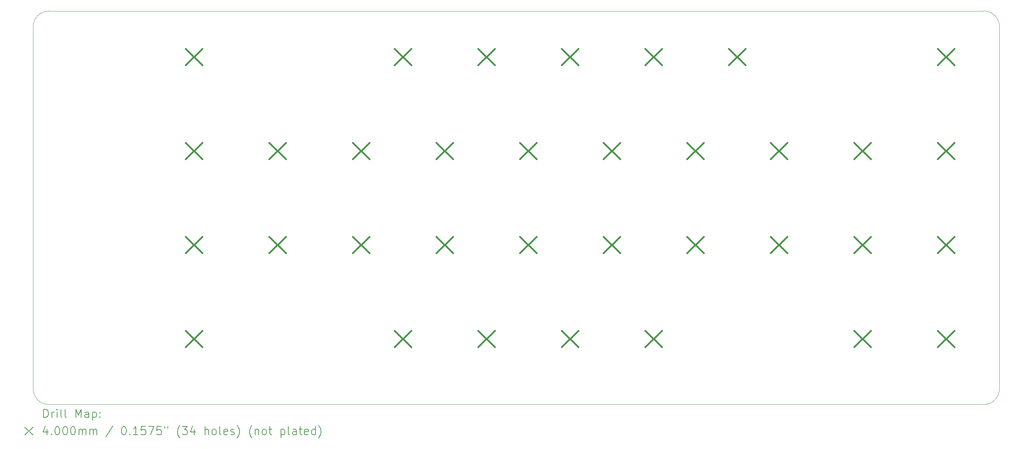
<source format=gbr>
%FSLAX45Y45*%
G04 Gerber Fmt 4.5, Leading zero omitted, Abs format (unit mm)*
G04 Created by KiCad (PCBNEW 6.0.6-3a73a75311~116~ubuntu20.04.1) date 2022-07-31 18:39:39*
%MOMM*%
%LPD*%
G01*
G04 APERTURE LIST*
%TA.AperFunction,Profile*%
%ADD10C,0.100000*%
%TD*%
%ADD11C,0.200000*%
%ADD12C,0.400000*%
G04 APERTURE END LIST*
D10*
X30734000Y-13335000D02*
X8001000Y-13335000D01*
X31115000Y-13716000D02*
G75*
G03*
X30734000Y-13335000I-381000J0D01*
G01*
X7620000Y-13716000D02*
X7620000Y-22527092D01*
X8001000Y-13335000D02*
G75*
G03*
X7620000Y-13716000I0J-381000D01*
G01*
X31115000Y-22527092D02*
X31115000Y-13716000D01*
X8001000Y-22908092D02*
X30734000Y-22908092D01*
X7619998Y-22527092D02*
G75*
G03*
X8001000Y-22908092I381002J2D01*
G01*
X30734000Y-22908090D02*
G75*
G03*
X31115000Y-22527092I0J381000D01*
G01*
D11*
D12*
X11329000Y-14255000D02*
X11729000Y-14655000D01*
X11729000Y-14255000D02*
X11329000Y-14655000D01*
X11329000Y-16541000D02*
X11729000Y-16941000D01*
X11729000Y-16541000D02*
X11329000Y-16941000D01*
X11329000Y-18827000D02*
X11729000Y-19227000D01*
X11729000Y-18827000D02*
X11329000Y-19227000D01*
X11329000Y-21113000D02*
X11729000Y-21513000D01*
X11729000Y-21113000D02*
X11329000Y-21513000D01*
X13361000Y-16541000D02*
X13761000Y-16941000D01*
X13761000Y-16541000D02*
X13361000Y-16941000D01*
X13361000Y-18827000D02*
X13761000Y-19227000D01*
X13761000Y-18827000D02*
X13361000Y-19227000D01*
X15393000Y-16541000D02*
X15793000Y-16941000D01*
X15793000Y-16541000D02*
X15393000Y-16941000D01*
X15393000Y-18827000D02*
X15793000Y-19227000D01*
X15793000Y-18827000D02*
X15393000Y-19227000D01*
X16409000Y-14255000D02*
X16809000Y-14655000D01*
X16809000Y-14255000D02*
X16409000Y-14655000D01*
X16409000Y-21113000D02*
X16809000Y-21513000D01*
X16809000Y-21113000D02*
X16409000Y-21513000D01*
X17425000Y-16541000D02*
X17825000Y-16941000D01*
X17825000Y-16541000D02*
X17425000Y-16941000D01*
X17425000Y-18827000D02*
X17825000Y-19227000D01*
X17825000Y-18827000D02*
X17425000Y-19227000D01*
X18441000Y-14255000D02*
X18841000Y-14655000D01*
X18841000Y-14255000D02*
X18441000Y-14655000D01*
X18441000Y-21113000D02*
X18841000Y-21513000D01*
X18841000Y-21113000D02*
X18441000Y-21513000D01*
X19457000Y-16541000D02*
X19857000Y-16941000D01*
X19857000Y-16541000D02*
X19457000Y-16941000D01*
X19457000Y-18827000D02*
X19857000Y-19227000D01*
X19857000Y-18827000D02*
X19457000Y-19227000D01*
X20473000Y-14255000D02*
X20873000Y-14655000D01*
X20873000Y-14255000D02*
X20473000Y-14655000D01*
X20473000Y-21113000D02*
X20873000Y-21513000D01*
X20873000Y-21113000D02*
X20473000Y-21513000D01*
X21489000Y-16541000D02*
X21889000Y-16941000D01*
X21889000Y-16541000D02*
X21489000Y-16941000D01*
X21489000Y-18827000D02*
X21889000Y-19227000D01*
X21889000Y-18827000D02*
X21489000Y-19227000D01*
X22505000Y-14255000D02*
X22905000Y-14655000D01*
X22905000Y-14255000D02*
X22505000Y-14655000D01*
X22505000Y-21113000D02*
X22905000Y-21513000D01*
X22905000Y-21113000D02*
X22505000Y-21513000D01*
X23521000Y-16541000D02*
X23921000Y-16941000D01*
X23921000Y-16541000D02*
X23521000Y-16941000D01*
X23521000Y-18827000D02*
X23921000Y-19227000D01*
X23921000Y-18827000D02*
X23521000Y-19227000D01*
X24537000Y-14255000D02*
X24937000Y-14655000D01*
X24937000Y-14255000D02*
X24537000Y-14655000D01*
X25553000Y-16541000D02*
X25953000Y-16941000D01*
X25953000Y-16541000D02*
X25553000Y-16941000D01*
X25553000Y-18827000D02*
X25953000Y-19227000D01*
X25953000Y-18827000D02*
X25553000Y-19227000D01*
X27585000Y-16541000D02*
X27985000Y-16941000D01*
X27985000Y-16541000D02*
X27585000Y-16941000D01*
X27585000Y-18827000D02*
X27985000Y-19227000D01*
X27985000Y-18827000D02*
X27585000Y-19227000D01*
X27585000Y-21113000D02*
X27985000Y-21513000D01*
X27985000Y-21113000D02*
X27585000Y-21513000D01*
X29617000Y-14255000D02*
X30017000Y-14655000D01*
X30017000Y-14255000D02*
X29617000Y-14655000D01*
X29617000Y-16541000D02*
X30017000Y-16941000D01*
X30017000Y-16541000D02*
X29617000Y-16941000D01*
X29617000Y-18827000D02*
X30017000Y-19227000D01*
X30017000Y-18827000D02*
X29617000Y-19227000D01*
X29617000Y-21113000D02*
X30017000Y-21513000D01*
X30017000Y-21113000D02*
X29617000Y-21513000D01*
D11*
X7872619Y-23223568D02*
X7872619Y-23023568D01*
X7920238Y-23023568D01*
X7948809Y-23033092D01*
X7967857Y-23052140D01*
X7977381Y-23071187D01*
X7986905Y-23109283D01*
X7986905Y-23137854D01*
X7977381Y-23175949D01*
X7967857Y-23194997D01*
X7948809Y-23214045D01*
X7920238Y-23223568D01*
X7872619Y-23223568D01*
X8072619Y-23223568D02*
X8072619Y-23090235D01*
X8072619Y-23128330D02*
X8082143Y-23109283D01*
X8091667Y-23099759D01*
X8110714Y-23090235D01*
X8129762Y-23090235D01*
X8196428Y-23223568D02*
X8196428Y-23090235D01*
X8196428Y-23023568D02*
X8186905Y-23033092D01*
X8196428Y-23042616D01*
X8205952Y-23033092D01*
X8196428Y-23023568D01*
X8196428Y-23042616D01*
X8320238Y-23223568D02*
X8301190Y-23214045D01*
X8291667Y-23194997D01*
X8291667Y-23023568D01*
X8425000Y-23223568D02*
X8405952Y-23214045D01*
X8396429Y-23194997D01*
X8396429Y-23023568D01*
X8653571Y-23223568D02*
X8653571Y-23023568D01*
X8720238Y-23166426D01*
X8786905Y-23023568D01*
X8786905Y-23223568D01*
X8967857Y-23223568D02*
X8967857Y-23118806D01*
X8958333Y-23099759D01*
X8939286Y-23090235D01*
X8901190Y-23090235D01*
X8882143Y-23099759D01*
X8967857Y-23214045D02*
X8948810Y-23223568D01*
X8901190Y-23223568D01*
X8882143Y-23214045D01*
X8872619Y-23194997D01*
X8872619Y-23175949D01*
X8882143Y-23156902D01*
X8901190Y-23147378D01*
X8948810Y-23147378D01*
X8967857Y-23137854D01*
X9063095Y-23090235D02*
X9063095Y-23290235D01*
X9063095Y-23099759D02*
X9082143Y-23090235D01*
X9120238Y-23090235D01*
X9139286Y-23099759D01*
X9148810Y-23109283D01*
X9158333Y-23128330D01*
X9158333Y-23185473D01*
X9148810Y-23204521D01*
X9139286Y-23214045D01*
X9120238Y-23223568D01*
X9082143Y-23223568D01*
X9063095Y-23214045D01*
X9244048Y-23204521D02*
X9253571Y-23214045D01*
X9244048Y-23223568D01*
X9234524Y-23214045D01*
X9244048Y-23204521D01*
X9244048Y-23223568D01*
X9244048Y-23099759D02*
X9253571Y-23109283D01*
X9244048Y-23118806D01*
X9234524Y-23109283D01*
X9244048Y-23099759D01*
X9244048Y-23118806D01*
X7415000Y-23453092D02*
X7615000Y-23653092D01*
X7615000Y-23453092D02*
X7415000Y-23653092D01*
X7958333Y-23510235D02*
X7958333Y-23643568D01*
X7910714Y-23434045D02*
X7863095Y-23576902D01*
X7986905Y-23576902D01*
X8063095Y-23624521D02*
X8072619Y-23634045D01*
X8063095Y-23643568D01*
X8053571Y-23634045D01*
X8063095Y-23624521D01*
X8063095Y-23643568D01*
X8196428Y-23443568D02*
X8215476Y-23443568D01*
X8234524Y-23453092D01*
X8244048Y-23462616D01*
X8253571Y-23481664D01*
X8263095Y-23519759D01*
X8263095Y-23567378D01*
X8253571Y-23605473D01*
X8244048Y-23624521D01*
X8234524Y-23634045D01*
X8215476Y-23643568D01*
X8196428Y-23643568D01*
X8177381Y-23634045D01*
X8167857Y-23624521D01*
X8158333Y-23605473D01*
X8148809Y-23567378D01*
X8148809Y-23519759D01*
X8158333Y-23481664D01*
X8167857Y-23462616D01*
X8177381Y-23453092D01*
X8196428Y-23443568D01*
X8386905Y-23443568D02*
X8405952Y-23443568D01*
X8425000Y-23453092D01*
X8434524Y-23462616D01*
X8444048Y-23481664D01*
X8453571Y-23519759D01*
X8453571Y-23567378D01*
X8444048Y-23605473D01*
X8434524Y-23624521D01*
X8425000Y-23634045D01*
X8405952Y-23643568D01*
X8386905Y-23643568D01*
X8367857Y-23634045D01*
X8358333Y-23624521D01*
X8348809Y-23605473D01*
X8339286Y-23567378D01*
X8339286Y-23519759D01*
X8348809Y-23481664D01*
X8358333Y-23462616D01*
X8367857Y-23453092D01*
X8386905Y-23443568D01*
X8577381Y-23443568D02*
X8596429Y-23443568D01*
X8615476Y-23453092D01*
X8625000Y-23462616D01*
X8634524Y-23481664D01*
X8644048Y-23519759D01*
X8644048Y-23567378D01*
X8634524Y-23605473D01*
X8625000Y-23624521D01*
X8615476Y-23634045D01*
X8596429Y-23643568D01*
X8577381Y-23643568D01*
X8558333Y-23634045D01*
X8548810Y-23624521D01*
X8539286Y-23605473D01*
X8529762Y-23567378D01*
X8529762Y-23519759D01*
X8539286Y-23481664D01*
X8548810Y-23462616D01*
X8558333Y-23453092D01*
X8577381Y-23443568D01*
X8729762Y-23643568D02*
X8729762Y-23510235D01*
X8729762Y-23529283D02*
X8739286Y-23519759D01*
X8758333Y-23510235D01*
X8786905Y-23510235D01*
X8805952Y-23519759D01*
X8815476Y-23538806D01*
X8815476Y-23643568D01*
X8815476Y-23538806D02*
X8825000Y-23519759D01*
X8844048Y-23510235D01*
X8872619Y-23510235D01*
X8891667Y-23519759D01*
X8901190Y-23538806D01*
X8901190Y-23643568D01*
X8996429Y-23643568D02*
X8996429Y-23510235D01*
X8996429Y-23529283D02*
X9005952Y-23519759D01*
X9025000Y-23510235D01*
X9053571Y-23510235D01*
X9072619Y-23519759D01*
X9082143Y-23538806D01*
X9082143Y-23643568D01*
X9082143Y-23538806D02*
X9091667Y-23519759D01*
X9110714Y-23510235D01*
X9139286Y-23510235D01*
X9158333Y-23519759D01*
X9167857Y-23538806D01*
X9167857Y-23643568D01*
X9558333Y-23434045D02*
X9386905Y-23691187D01*
X9815476Y-23443568D02*
X9834524Y-23443568D01*
X9853571Y-23453092D01*
X9863095Y-23462616D01*
X9872619Y-23481664D01*
X9882143Y-23519759D01*
X9882143Y-23567378D01*
X9872619Y-23605473D01*
X9863095Y-23624521D01*
X9853571Y-23634045D01*
X9834524Y-23643568D01*
X9815476Y-23643568D01*
X9796429Y-23634045D01*
X9786905Y-23624521D01*
X9777381Y-23605473D01*
X9767857Y-23567378D01*
X9767857Y-23519759D01*
X9777381Y-23481664D01*
X9786905Y-23462616D01*
X9796429Y-23453092D01*
X9815476Y-23443568D01*
X9967857Y-23624521D02*
X9977381Y-23634045D01*
X9967857Y-23643568D01*
X9958333Y-23634045D01*
X9967857Y-23624521D01*
X9967857Y-23643568D01*
X10167857Y-23643568D02*
X10053571Y-23643568D01*
X10110714Y-23643568D02*
X10110714Y-23443568D01*
X10091667Y-23472140D01*
X10072619Y-23491187D01*
X10053571Y-23500711D01*
X10348810Y-23443568D02*
X10253571Y-23443568D01*
X10244048Y-23538806D01*
X10253571Y-23529283D01*
X10272619Y-23519759D01*
X10320238Y-23519759D01*
X10339286Y-23529283D01*
X10348810Y-23538806D01*
X10358333Y-23557854D01*
X10358333Y-23605473D01*
X10348810Y-23624521D01*
X10339286Y-23634045D01*
X10320238Y-23643568D01*
X10272619Y-23643568D01*
X10253571Y-23634045D01*
X10244048Y-23624521D01*
X10425000Y-23443568D02*
X10558333Y-23443568D01*
X10472619Y-23643568D01*
X10729762Y-23443568D02*
X10634524Y-23443568D01*
X10625000Y-23538806D01*
X10634524Y-23529283D01*
X10653571Y-23519759D01*
X10701190Y-23519759D01*
X10720238Y-23529283D01*
X10729762Y-23538806D01*
X10739286Y-23557854D01*
X10739286Y-23605473D01*
X10729762Y-23624521D01*
X10720238Y-23634045D01*
X10701190Y-23643568D01*
X10653571Y-23643568D01*
X10634524Y-23634045D01*
X10625000Y-23624521D01*
X10815476Y-23443568D02*
X10815476Y-23481664D01*
X10891667Y-23443568D02*
X10891667Y-23481664D01*
X11186905Y-23719759D02*
X11177381Y-23710235D01*
X11158333Y-23681664D01*
X11148810Y-23662616D01*
X11139286Y-23634045D01*
X11129762Y-23586426D01*
X11129762Y-23548330D01*
X11139286Y-23500711D01*
X11148810Y-23472140D01*
X11158333Y-23453092D01*
X11177381Y-23424521D01*
X11186905Y-23414997D01*
X11244048Y-23443568D02*
X11367857Y-23443568D01*
X11301190Y-23519759D01*
X11329762Y-23519759D01*
X11348809Y-23529283D01*
X11358333Y-23538806D01*
X11367857Y-23557854D01*
X11367857Y-23605473D01*
X11358333Y-23624521D01*
X11348809Y-23634045D01*
X11329762Y-23643568D01*
X11272619Y-23643568D01*
X11253571Y-23634045D01*
X11244048Y-23624521D01*
X11539286Y-23510235D02*
X11539286Y-23643568D01*
X11491667Y-23434045D02*
X11444048Y-23576902D01*
X11567857Y-23576902D01*
X11796428Y-23643568D02*
X11796428Y-23443568D01*
X11882143Y-23643568D02*
X11882143Y-23538806D01*
X11872619Y-23519759D01*
X11853571Y-23510235D01*
X11825000Y-23510235D01*
X11805952Y-23519759D01*
X11796428Y-23529283D01*
X12005952Y-23643568D02*
X11986905Y-23634045D01*
X11977381Y-23624521D01*
X11967857Y-23605473D01*
X11967857Y-23548330D01*
X11977381Y-23529283D01*
X11986905Y-23519759D01*
X12005952Y-23510235D01*
X12034524Y-23510235D01*
X12053571Y-23519759D01*
X12063095Y-23529283D01*
X12072619Y-23548330D01*
X12072619Y-23605473D01*
X12063095Y-23624521D01*
X12053571Y-23634045D01*
X12034524Y-23643568D01*
X12005952Y-23643568D01*
X12186905Y-23643568D02*
X12167857Y-23634045D01*
X12158333Y-23614997D01*
X12158333Y-23443568D01*
X12339286Y-23634045D02*
X12320238Y-23643568D01*
X12282143Y-23643568D01*
X12263095Y-23634045D01*
X12253571Y-23614997D01*
X12253571Y-23538806D01*
X12263095Y-23519759D01*
X12282143Y-23510235D01*
X12320238Y-23510235D01*
X12339286Y-23519759D01*
X12348809Y-23538806D01*
X12348809Y-23557854D01*
X12253571Y-23576902D01*
X12425000Y-23634045D02*
X12444048Y-23643568D01*
X12482143Y-23643568D01*
X12501190Y-23634045D01*
X12510714Y-23614997D01*
X12510714Y-23605473D01*
X12501190Y-23586426D01*
X12482143Y-23576902D01*
X12453571Y-23576902D01*
X12434524Y-23567378D01*
X12425000Y-23548330D01*
X12425000Y-23538806D01*
X12434524Y-23519759D01*
X12453571Y-23510235D01*
X12482143Y-23510235D01*
X12501190Y-23519759D01*
X12577381Y-23719759D02*
X12586905Y-23710235D01*
X12605952Y-23681664D01*
X12615476Y-23662616D01*
X12625000Y-23634045D01*
X12634524Y-23586426D01*
X12634524Y-23548330D01*
X12625000Y-23500711D01*
X12615476Y-23472140D01*
X12605952Y-23453092D01*
X12586905Y-23424521D01*
X12577381Y-23414997D01*
X12939286Y-23719759D02*
X12929762Y-23710235D01*
X12910714Y-23681664D01*
X12901190Y-23662616D01*
X12891667Y-23634045D01*
X12882143Y-23586426D01*
X12882143Y-23548330D01*
X12891667Y-23500711D01*
X12901190Y-23472140D01*
X12910714Y-23453092D01*
X12929762Y-23424521D01*
X12939286Y-23414997D01*
X13015476Y-23510235D02*
X13015476Y-23643568D01*
X13015476Y-23529283D02*
X13025000Y-23519759D01*
X13044048Y-23510235D01*
X13072619Y-23510235D01*
X13091667Y-23519759D01*
X13101190Y-23538806D01*
X13101190Y-23643568D01*
X13225000Y-23643568D02*
X13205952Y-23634045D01*
X13196428Y-23624521D01*
X13186905Y-23605473D01*
X13186905Y-23548330D01*
X13196428Y-23529283D01*
X13205952Y-23519759D01*
X13225000Y-23510235D01*
X13253571Y-23510235D01*
X13272619Y-23519759D01*
X13282143Y-23529283D01*
X13291667Y-23548330D01*
X13291667Y-23605473D01*
X13282143Y-23624521D01*
X13272619Y-23634045D01*
X13253571Y-23643568D01*
X13225000Y-23643568D01*
X13348809Y-23510235D02*
X13425000Y-23510235D01*
X13377381Y-23443568D02*
X13377381Y-23614997D01*
X13386905Y-23634045D01*
X13405952Y-23643568D01*
X13425000Y-23643568D01*
X13644048Y-23510235D02*
X13644048Y-23710235D01*
X13644048Y-23519759D02*
X13663095Y-23510235D01*
X13701190Y-23510235D01*
X13720238Y-23519759D01*
X13729762Y-23529283D01*
X13739286Y-23548330D01*
X13739286Y-23605473D01*
X13729762Y-23624521D01*
X13720238Y-23634045D01*
X13701190Y-23643568D01*
X13663095Y-23643568D01*
X13644048Y-23634045D01*
X13853571Y-23643568D02*
X13834524Y-23634045D01*
X13825000Y-23614997D01*
X13825000Y-23443568D01*
X14015476Y-23643568D02*
X14015476Y-23538806D01*
X14005952Y-23519759D01*
X13986905Y-23510235D01*
X13948809Y-23510235D01*
X13929762Y-23519759D01*
X14015476Y-23634045D02*
X13996428Y-23643568D01*
X13948809Y-23643568D01*
X13929762Y-23634045D01*
X13920238Y-23614997D01*
X13920238Y-23595949D01*
X13929762Y-23576902D01*
X13948809Y-23567378D01*
X13996428Y-23567378D01*
X14015476Y-23557854D01*
X14082143Y-23510235D02*
X14158333Y-23510235D01*
X14110714Y-23443568D02*
X14110714Y-23614997D01*
X14120238Y-23634045D01*
X14139286Y-23643568D01*
X14158333Y-23643568D01*
X14301190Y-23634045D02*
X14282143Y-23643568D01*
X14244048Y-23643568D01*
X14225000Y-23634045D01*
X14215476Y-23614997D01*
X14215476Y-23538806D01*
X14225000Y-23519759D01*
X14244048Y-23510235D01*
X14282143Y-23510235D01*
X14301190Y-23519759D01*
X14310714Y-23538806D01*
X14310714Y-23557854D01*
X14215476Y-23576902D01*
X14482143Y-23643568D02*
X14482143Y-23443568D01*
X14482143Y-23634045D02*
X14463095Y-23643568D01*
X14425000Y-23643568D01*
X14405952Y-23634045D01*
X14396428Y-23624521D01*
X14386905Y-23605473D01*
X14386905Y-23548330D01*
X14396428Y-23529283D01*
X14405952Y-23519759D01*
X14425000Y-23510235D01*
X14463095Y-23510235D01*
X14482143Y-23519759D01*
X14558333Y-23719759D02*
X14567857Y-23710235D01*
X14586905Y-23681664D01*
X14596428Y-23662616D01*
X14605952Y-23634045D01*
X14615476Y-23586426D01*
X14615476Y-23548330D01*
X14605952Y-23500711D01*
X14596428Y-23472140D01*
X14586905Y-23453092D01*
X14567857Y-23424521D01*
X14558333Y-23414997D01*
M02*

</source>
